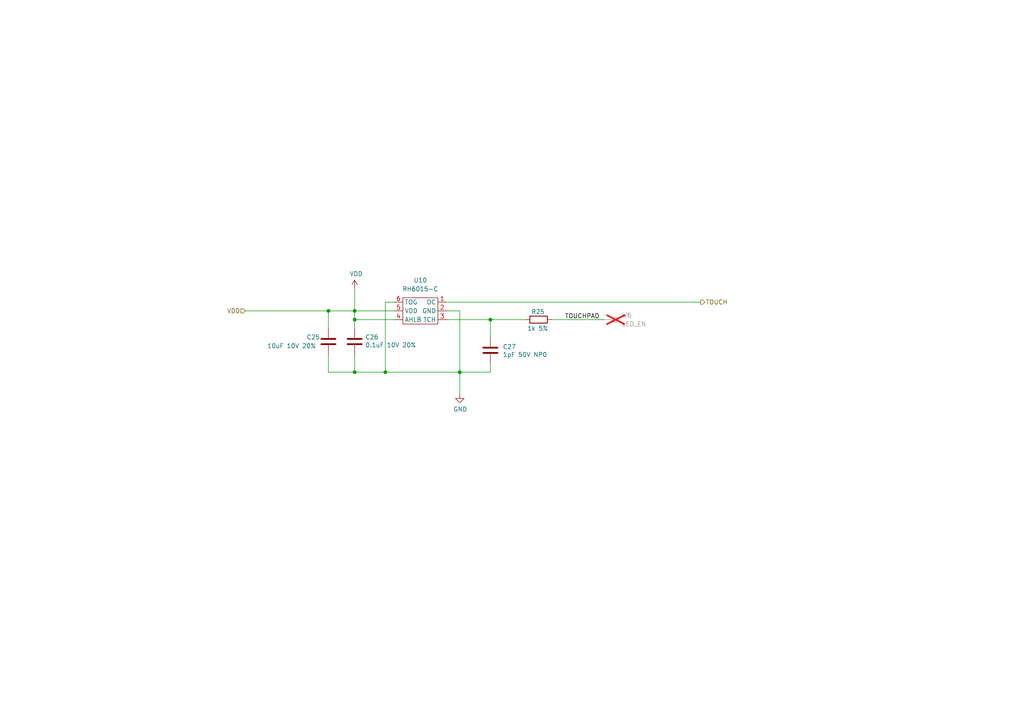
<source format=kicad_sch>
(kicad_sch (version 20231120) (generator "eeschema") (generator_version "8.0")
  (paper "A4")
  (lib_symbols
    (symbol "Device:C" (pin_numbers hide) (pin_names (offset 0.254))
      (property "Reference" "C" (at 0.635 2.54 0))
      (property "Value" "C" (at 0.635 -2.54 0))
      (symbol "C_0_1"
        (polyline (pts (xy -2.032 -0.762) (xy 2.032 -0.762)) (stroke (width 0.508)))
        (polyline (pts (xy -2.032 0.762) (xy 2.032 0.762)) (stroke (width 0.508)))
      )
      (symbol "C_1_1"
        (pin passive line (at 0 3.81 270) (length 2.794) (name "~") (number "1"))
        (pin passive line (at 0 -3.81 90) (length 2.794) (name "~") (number "2"))
      )
    )
    (symbol "Device:R" (pin_numbers hide) (pin_names (offset 0))
      (property "Reference" "R" (at 2.032 0 90))
      (property "Value" "R" (at 0 0 90))
      (symbol "R_0_1"
        (rectangle (start -1.016 -2.54) (end 1.016 2.54) (stroke (width 0.254)))
      )
      (symbol "R_1_1"
        (pin passive line (at 0 3.81 270) (length 1.27) (name "~") (number "1"))
        (pin passive line (at 0 -3.81 90) (length 1.27) (name "~") (number "2"))
      )
    )
    (symbol "Pixels-dice:RH6015-C"
      (property "Reference" "U" (at 0 -5.08 0))
      (property "Value" "RH6015-C" (at 0 5.08 0))
      (symbol "RH6015-C_0_1"
        (rectangle (start -5.08 3.81) (end 5.08 -3.81))
      )
      (symbol "RH6015-C_1_1"
        (pin output line (at -7.62 2.54 0) (length 2.54) (name "OC") (number "1"))
        (pin power_in line (at -7.62 0 0) (length 2.54) (name "GND") (number "2"))
        (pin passive line (at -7.62 -2.54 0) (length 2.54) (name "TCH") (number "3"))
        (pin input line (at 7.62 -2.54 180) (length 2.54) (name "AHLB") (number "4"))
        (pin power_in line (at 7.62 0 180) (length 2.54) (name "VDD") (number "5"))
        (pin input line (at 7.62 2.54 180) (length 2.54) (name "TOG") (number "6"))
      )
    )
    (symbol "Pixels-dice:TEST_1P-conn" (pin_numbers hide) (pin_names (offset 0.762) hide) (in_bom no)
      (property "Reference" "W" (at 0 6.858 0))
      (property "Value" "TEST_1P-conn" (at 0 5.08 0))
      (symbol "TEST_1P-conn_0_1"
        (circle (center 0 3.302) (radius 0.762))
      )
      (symbol "TEST_1P-conn_1_1"
        (pin passive line (at 0 0 90) (length 2.54) (name "1") (number "1"))
      )
    )
    (symbol "power:GND" (power) (pin_names (offset 0))
      (property "Value" "GND" (at 0 -3.81 0))
      (symbol "GND_0_1"
        (polyline (pts (xy 0 0) (xy 0 -1.27) (xy 1.27 -1.27) (xy 0 -2.54) (xy -1.27 -1.27) (xy 0 -1.27)))
      )
      (symbol "GND_1_1"
        (pin power_in line (at 0 0 270) (length 0) hide (name "GND") (number "1"))
      )
    )
    (symbol "power:VDD" (power) (pin_names (offset 0))
      (property "Value" "VDD" (at 0 3.81 0))
      (symbol "VDD_0_1"
        (polyline (pts (xy -0.762 1.27) (xy 0 2.54)))
        (polyline (pts (xy 0 0) (xy 0 2.54)))
        (polyline (pts (xy 0 2.54) (xy 0.762 1.27)))
      )
      (symbol "VDD_1_1"
        (pin power_in line (at 0 0 90) (length 0) hide (name "VDD") (number "1"))
      )
    )
  )
  (junction (at 142.24 92.71))
  (junction (at 95.25 90.17))
  (junction (at 102.87 107.95))
  (junction (at 111.76 107.95))
  (junction (at 102.87 92.71))
  (junction (at 102.87 90.17))
  (junction (at 133.35 107.95))
  (wire (pts (xy 129.54 90.17) (xy 133.35 90.17)))
  (wire (pts (xy 102.87 90.17) (xy 102.87 92.71)))
  (wire (pts (xy 114.3 87.63) (xy 111.76 87.63)))
  (wire (pts (xy 160.02 92.71) (xy 175.26 92.71)))
  (wire (pts (xy 111.76 107.95) (xy 133.35 107.95)))
  (wire (pts (xy 102.87 107.95) (xy 111.76 107.95)))
  (wire (pts (xy 133.35 107.95) (xy 133.35 114.3)))
  (wire (pts (xy 129.54 92.71) (xy 142.24 92.71)))
  (wire (pts (xy 102.87 102.87) (xy 102.87 107.95)))
  (wire (pts (xy 142.24 92.71) (xy 142.24 97.79)))
  (wire (pts (xy 102.87 92.71) (xy 114.3 92.71)))
  (wire (pts (xy 129.54 87.63) (xy 203.2 87.63)))
  (wire (pts (xy 102.87 90.17) (xy 95.25 90.17)))
  (wire (pts (xy 111.76 87.63) (xy 111.76 107.95)))
  (wire (pts (xy 142.24 92.71) (xy 152.4 92.71)))
  (wire (pts (xy 95.25 102.87) (xy 95.25 107.95)))
  (wire (pts (xy 133.35 107.95) (xy 142.24 107.95)))
  (wire (pts (xy 95.25 107.95) (xy 102.87 107.95)))
  (wire (pts (xy 102.87 90.17) (xy 114.3 90.17)))
  (wire (pts (xy 95.25 90.17) (xy 71.12 90.17)))
  (wire (pts (xy 133.35 90.17) (xy 133.35 107.95)))
  (wire (pts (xy 102.87 90.17) (xy 102.87 83.82)))
  (wire (pts (xy 102.87 92.71) (xy 102.87 95.25)))
  (wire (pts (xy 95.25 90.17) (xy 95.25 95.25)))
  (wire (pts (xy 142.24 107.95) (xy 142.24 105.41)))
  (label "TOUCHPAD" (at 163.83 92.71 0))
  (hierarchical_label "TOUCH" (shape output) (at 203.2 87.63 0))
  (hierarchical_label "VDD" (shape input) (at 71.12 90.17 180))
  (symbol (lib_id "Device:C") (at 95.25 99.06 0) (unit 1)
    (property "Reference" "C25" (at 88.9 97.79 0) (effects (justify left)))
    (property "Value" "10uF 10V 20%" (at 77.47 100.33 0) (effects (justify left)))
    (property "Footprint" "Pixels-dice:C_0402_1005Metric" (effects (hide yes)))
    (property "Generic OK" "YES" (effects (hide yes)))
    (property "Pixels Part Number" "SMD-C002" (effects (hide yes)))
    (property "Manufacturer" "Murata" (effects (hide yes)))
    (property "Manufacturer Part Number" "GRM155R60J106ME05D" (effects (hide yes)))
  )
  (symbol (lib_id "Pixels-dice:RH6015-C") (at 121.92 90.17 0) (mirror y) (unit 1)
    (property "Reference" "U10" (at 121.92 81.28 0))
    (property "Value" "RH6015-C" (at 121.92 83.82 0))
    (property "Footprint" "Package_TO_SOT_SMD:SOT-23-6" (effects (hide yes)))
    (property "Manufacturer" "Hunan  Ronghe  Microelectronics" (effects (hide yes)))
    (property "Manufacturer Part Number" "RH6015-C" (effects (hide yes)))
  )
  (symbol (lib_id "Device:R") (at 156.21 92.71 90) (unit 1)
    (property "Reference" "R25" (at 157.988 90.424 90) (effects (justify left)))
    (property "Value" "1k 5%" (at 159.004 95.25 90) (effects (justify left)))
    (property "Footprint" "Resistor_SMD:R_0402_1005Metric" (effects (hide yes)))
    (property "Generic OK" "YES" (effects (hide yes)))
    (property "Manufacturer" "UNI-ROYAL(Uniroyal Elec)" (effects (hide yes)))
  )
  (symbol (lib_id "Device:C") (at 142.24 101.6 0) (unit 1)
    (property "Reference" "C27" (at 145.796 100.584 0) (effects (justify left)))
    (property "Value" "1pF 50V NP0" (at 145.796 102.87 0) (effects (justify left)))
    (property "Footprint" "Capacitor_SMD:C_0402_1005Metric" (effects (hide yes)))
    (property "Generic OK" "YES" (effects (hide yes)))
  )
  (symbol (lib_id "Device:C") (at 102.87 99.06 0) (unit 1)
    (property "Reference" "C26" (at 105.918 97.79 0) (effects (justify left)))
    (property "Value" "0.1uF 10V 20%" (at 105.918 100.076 0) (effects (justify left)))
    (property "Footprint" "Capacitor_SMD:C_0402_1005Metric" (effects (hide yes)))
    (property "Generic OK" "YES" (effects (hide yes)))
    (property "Pixels Part Number" "SMD-C005" (effects (hide yes)))
    (property "Manufacturer" "Murata" (effects (hide yes)))
    (property "Manufacturer Part Number" "GRM155R61H104KE19D" (effects (hide yes)))
  )
  (symbol (lib_id "Pixels-dice:TEST_1P-conn") (at 175.26 92.71 270) (unit 1) (in_bom no) (dnp yes)
    (property "Reference" "W6" (at 180.34 91.44 90) (effects (justify left)))
    (property "Value" "LED_EN" (at 180.34 93.98 90) (effects (justify left)))
    (property "Footprint" "Pixels-dice:TEST_PIN" (effects (hide yes)))
    (property "Generic OK" "N/A" (effects (hide yes)))
  )
  (symbol (lib_id "power:GND") (at 133.35 114.3 0) (unit 1)
    (property "Reference" "#PWR019" (effects (hide yes)))
    (property "Value" "GND" (at 133.477 118.6942 0))
  )
  (symbol (lib_id "power:VDD") (at 102.87 83.82 0) (unit 1)
    (property "Reference" "#PWR018" (effects (hide yes)))
    (property "Value" "VDD" (at 103.3018 79.4258 0))
  )
)
</source>
